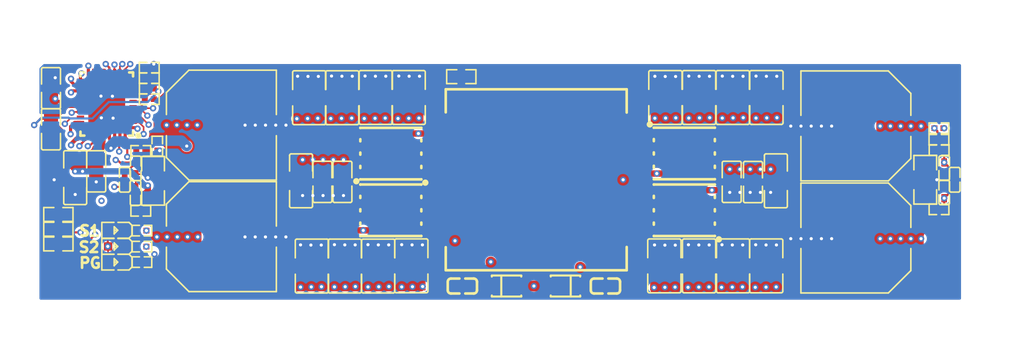
<source format=kicad_pcb>
(kicad_pcb (version 20240108) (generator "pcbnew") (generator_version "8.0")
  (layers (0 "F.Cu" signal) (1 "In1.Cu" signal) (2 "In2.Cu" signal) (3 "In3.Cu" signal) (4 "In4.Cu" signal) (31 "B.Cu" signal) (34 "B.Paste" user) (35 "F.Paste" user) (36 "B.SilkS" user "B.Silkscreen") (37 "F.SilkS" user "F.Silkscreen") (38 "B.Mask" user) (39 "F.Mask" user) (44 "Edge.Cuts" user))
  (net 0 "")
  (net 1 "out-1")
  (net 2 "controller.footprint.pins[7].net-net")
  (net 3 "gnd-1")
  (net 4 "controller.footprint.pins[24].net-net")
  (net 5 "ACOV")
  (net 6 "acuv")
  (net 7 "hv-2")
  (net 8 "hv")
  (net 9 "gnd-3")
  (net 10 "SDA")
  (net 11 "SCL")
  (net 12 "INTh")
  (net 13 "ACN")
  (net 14 "ILIM_HIZ")
  (net 15 "controller.footprint.pins[6].net-net")
  (net 16 "output_switching_node")
  (net 17 "hv-1")
  (net 18 "hv-3")
  (net 19 "input_switching_node")
  (net 20 "bst_input")
  (net 21 "cathode-2")
  (net 22 "anode")
  (net 23 "gate_input_ls")
  (net 24 "gate_output_hs")
  (net 25 "gate_input_hs")
  (net 26 "gate_output_ls")
  (net 27 "SRP")
  (net 28 "SRN")
  (net 29 "ACP")
  (net 30 "FSW_SYNC")
  (net 31 "gnd")
  (net 32 "cathode")
  (net 33 "cathode-3")
  (net 34 "gnd-2")
  (net 35 "ICHG")
  (net 36 "cathode-1")
  (net 37 "out")
  (net 38 "anode-1")
  (net 39 "gnd-4")
  (footprint "atopile:R0603-ebcab9" (layer "F.Cu") (at 127.4 72.7 180)
    (property "Reference" "U47" (hide yes))
    (property "Value" "25.5kΩ ±0% 100mW")
  )
  (footprint "atopile:POWERVDFN-8_L5.8-W4.9-P1.27-LS6.2-BL-167b96" (layer "F.Cu") (at 186.8 72.3 90)
    (property "Reference" "Q4" (hide yes))
    (property "Value" "")
  )
  (footprint "atopile:C1210-c93926" (layer "F.Cu") (at 188.3 77.584146 90)
    (property "Reference" "U27" (hide yes))
    (property "Value" "4.7µF ±10% 100V X7R")
  )
  (footprint "atopile:R0402-56259e" (layer "F.Cu") (at 136.038516 59.744414)
    (property "Reference" "U54" (hide yes))
    (property "Value" "0Ω 62.5mW")
  )
  (footprint "atopile:DO-219AB_L2.8-W1.8-LS3.7-RD-212ba1" (layer "F.Cu") (at 175.6 79.5 180)
    (property "Reference" "DS2" (hide yes))
    (property "Value" "")
  )
  (footprint "atopile:R1206-bdb864" (layer "F.Cu") (at 209.8 69.4 90)
    (property "Reference" "U42" (hide yes))
    (property "Value" "5mΩ ±1% 1W")
  )
  (footprint "atopile:C0402-b3ef17" (layer "F.Cu") (at 134.756377 68.321795 -90)
    (property "Reference" "U22" (hide yes))
    (property "Value" "100nF ±10% 16V X7R")
  )
  (footprint "atopile:C0402-b3ef17" (layer "F.Cu") (at 134.735437 70.652572 90)
    (property "Reference" "U24" (hide yes))
    (property "Value" "100nF ±10% 16V X7R")
  )
  (footprint "atopile:R0402-56259e" (layer "F.Cu") (at 211.1 64.5)
    (property "Reference" "U43" (hide yes))
    (property "Value" "13.7kΩ ±1% 62.5mW")
  )
  (footprint "atopile:C0402-b3ef17" (layer "F.Cu") (at 133.7 69.4 90)
    (property "Reference" "U21" (hide yes))
    (property "Value" "470nF ±20% 16V X5R")
  )
  (footprint "atopile:C1210-c93926" (layer "F.Cu") (at 154.371727 61.6 90)
    (property "Reference" "U16" (hide yes))
    (property "Value" "10µF ±10% 100V X7R")
  )
  (footprint "atopile:R0603-ebcab9" (layer "F.Cu") (at 127.4 74.1)
    (property "Reference" "U46" (hide yes))
    (property "Value" "133kΩ ±1% 100mW")
  )
  (footprint "atopile:R0402-56259e" (layer "F.Cu") (at 135.235437 72.352572 180)
    (property "Reference" "U25" (hide yes))
    (property "Value" "10Ω ±1% 62.5mW")
  )
  (footprint "atopile:CAP-SMD_BD10.0-L10.3-W10.3-LS11.6-FD-b102ff" (layer "F.Cu") (at 142.9 74.8)
    (property "Reference" "C3" (hide yes))
    (property "Value" "68µF ±20% infV")
  )
  (footprint "atopile:CAP-SMD_BD10.0-L10.3-W10.3-LS11.6-FD-b102ff" (layer "F.Cu") (at 203.2 64.285854 180)
    (property "Reference" "C4" (hide yes))
    (property "Value" "68µF ±20% infV")
  )
  (footprint "atopile:C1210-c93926" (layer "F.Cu") (at 157.8 77.6 90)
    (property "Reference" "U51" (hide yes))
    (property "Value" "4.7µF ±10% 100V X7R")
  )
  (footprint "atopile:POWERVDFN-8_L5.8-W4.9-P1.27-LS6.2-BL-167b96" (layer "F.Cu") (at 159.1 72.3 -90)
    (property "Reference" "Q2" (hide yes))
    (property "Value" "")
  )
  (footprint "atopile:DO-219AB_L2.8-W1.8-LS3.7-RD-212ba1" (layer "F.Cu") (at 170 79.5)
    (property "Reference" "DS1" (hide yes))
    (property "Value" "")
  )
  (footprint "atopile:POWERVDFN-8_L5.8-W4.9-P1.27-LS6.2-BL-167b96" (layer "F.Cu") (at 187 66.9 -90)
    (property "Reference" "Q3" (hide yes))
    (property "Value" "")
  )
  (footprint "atopile:C1210-c93926" (layer "F.Cu") (at 154.623909 77.6 90)
    (property "Reference" "U17" (hide yes))
    (property "Value" "10µF ±10% 100V X7R")
  )
  (footprint "atopile:POWERVDFN-8_L5.8-W4.9-P1.27-LS6.2-BL-167b96" (layer "F.Cu") (at 158.9 66.914666 90)
    (property "Reference" "Q1" (hide yes))
    (property "Value" "")
  )
  (footprint "atopile:C0805-3b2e55" (layer "F.Cu") (at 126.7 60.7 90)
    (property "Reference" "U9" (hide yes))
    (property "Value" "4.7µF ±10% 25V X5R")
  )
  (footprint "atopile:C1210-c93926" (layer "F.Cu") (at 191.535138 77.584146 90)
    (property "Reference" "U32" (hide yes))
    (property "Value" "10µF ±10% 100V X7R")
  )
  (footprint "atopile:R1206-bdb864" (layer "F.Cu") (at 136.4 69.5 90)
    (property "Reference" "U26" (hide yes))
    (property "Value" "5mΩ ±1% 1W")
  )
  (footprint "atopile:C1206-f0a137" (layer "F.Cu") (at 129 69.2 -90)
    (property "Reference" "U50" (hide yes))
    (property "Value" "1µF ±10% 100V X7R")
  )
  (footprint "atopile:C1210-c93926" (layer "F.Cu") (at 185.1 61.580795 90)
    (property "Reference" "U52" (hide yes))
    (property "Value" "4.7µF ±10% 100V X7R")
  )
  (footprint "atopile:R0402-56259e" (layer "F.Cu") (at 135.337111 74.233697)
    (property "Reference" "U6" (hide yes))
    (property "Value" "1kΩ ±1% 62.5mW")
  )
  (footprint "atopile:C1210-c93926" (layer "F.Cu") (at 160.694742 61.580795 90)
    (property "Reference" "U13" (hide yes))
    (property "Value" "4.7µF ±10% 100V X7R")
  )
  (footprint "atopile:CAP-SMD_BD10.0-L10.3-W10.3-LS11.6-FD-b102ff" (layer "F.Cu") (at 142.9 64.2)
    (property "Reference" "C1" (hide yes))
    (property "Value" "68µF ±20% infV")
  )
  (footprint "atopile:C0402-b3ef17" (layer "F.Cu") (at 211.6 68.3 -90)
    (property "Reference" "U38" (hide yes))
    (property "Value" "100nF ±10% 16V X7R")
  )
  (footprint "atopile:R0603-ebcab9" (layer "F.Cu") (at 165.7 59.6 180)
    (property "Reference" "U57" (hide yes))
    (property "Value" "")
  )
  (footprint "atopile:R0603-ebcab9" (layer "F.Cu") (at 127.4 75.5)
    (property "Reference" "U45" (hide yes))
    (property "Value" "1MΩ ±1% 100mW")
  )
  (footprint "atopile:C1210-c93926" (layer "F.Cu") (at 194.680295 77.584146 90)
    (property "Reference" "U31" (hide yes))
    (property "Value" "10µF ±10% 100V X7R")
  )
  (footprint "atopile:R0402-56259e" (layer "F.Cu") (at 135.235437 66.652572 180)
    (property "Reference" "U23" (hide yes))
    (property "Value" "10Ω ±1% 62.5mW")
  )
  (footprint "atopile:C0402-b3ef17" (layer "F.Cu") (at 212.6 69.4 90)
    (property "Reference" "U37" (hide yes))
    (property "Value" "470nF ±20% 16V X5R")
  )
  (footprint "lib:LED0603-RD" (layer "F.Cu") (at 132.922968 74.2 180)
    (property "Reference" "U5" (hide yes))
    (property "Value" "")
  )
  (footprint "atopile:IND-SMD_L17.2-W17.2-132628" (layer "F.Cu") (at 172.9 69.4)
    (property "Reference" "U8" (hide yes))
    (property "Value" "")
  )
  (footprint "atopile:R0402-56259e" (layer "F.Cu") (at 136.8 66.2 -90)
    (property "Reference" "U4" (hide yes))
    (property "Value" "50kΩ ±1% 62.5mW")
  )
  (footprint "lib:LED0603-RD" (layer "F.Cu") (at 132.922968 75.736644 180)
    (property "Reference" "U7" (hide yes))
    (property "Value" "")
  )
  (footprint "atopile:C1210-c93926" (layer "F.Cu") (at 194.7 61.580795 90)
    (property "Reference" "U33" (hide yes))
    (property "Value" "10µF ±10% 100V X7R")
  )
  (footprint "atopile:C1206-f0a137" (layer "F.Cu") (at 195.6 69.5 -90)
    (property "Reference" "U34" (hide yes))
    (property "Value" "1µF ±10% 100V X7R")
  )
  (footprint "atopile:R0402-56259e" (layer "F.Cu") (at 211.115311 66.573807)
    (property "Reference" "U39" (hide yes))
    (property "Value" "10Ω ±1% 62.5mW")
  )
  (footprint "atopile:C1210-c93926" (layer "F.Cu") (at 157.570833 61.580795 90)
    (property "Reference" "U11" (hide yes))
    (property "Value" "4.7µF ±10% 100V X7R")
  )
  (footprint "atopile:C0805-3b2e55" (layer "F.Cu") (at 152.5 69.6 -90)
    (property "Reference" "U19" (hide yes))
    (property "Value" "100nF ±10% 100V X7R")
  )
  (footprint "atopile:C0805-3b2e55" (layer "F.Cu") (at 191.4 69.6 -90)
    (property "Reference" "U36" (hide yes))
    (property "Value" "100pF ±5% 100V C0G")
  )
  (footprint "atopile:C0603-bd72f6" (layer "F.Cu") (at 179.4 79.5 180)
    (property "Reference" "U3" (hide yes))
    (property "Value" "100nF ±10% 50V X7R")
  )
  (footprint "atopile:C1206-f0a137" (layer "F.Cu") (at 150.467363 69.5 -90)
    (property "Reference" "U18" (hide yes))
    (property "Value" "1µF ±10% 100V X7R")
  )
  (footprint "atopile:C0805-3b2e55" (layer "F.Cu") (at 193.423123 69.615854 -90)
    (property "Reference" "U35" (hide yes))
    (property "Value" "100nF ±10% 100V X7R")
  )
  (footprint "atopile:C0402-b3ef17" (layer "F.Cu") (at 211.6 70.6 90)
    (property "Reference" "U40" (hide yes))
    (property "Value" "100nF ±10% 16V X7R")
  )
  (footprint "atopile:C1210-c93926" (layer "F.Cu") (at 151.247818 61.6 90)
    (property "Reference" "U14" (hide yes))
    (property "Value" "10µF ±10% 100V X7R")
  )
  (footprint "atopile:R0402-56259e" (layer "F.Cu") (at 136.038516 58.744414)
    (property "Reference" "U10" (hide yes))
    (property "Value" "2.49kΩ ±1% 62.5mW")
  )
  (footprint "atopile:C1210-c93926" (layer "F.Cu") (at 151.5 77.6 90)
    (property "Reference" "U15" (hide yes))
    (property "Value" "10µF ±10% 100V X7R")
  )
  (footprint "atopile:R0402-56259e" (layer "F.Cu") (at 135.337111 77.226057)
    (property "Reference" "U56" (hide yes))
    (property "Value" "1kΩ ±1% 62.5mW")
  )
  (footprint "atopile:C1210-c93926" (layer "F.Cu") (at 185 77.584146 90)
    (property "Reference" "U29" (hide yes))
    (property "Value" "4.7µF ±10% 100V X7R")
  )
  (footprint "atopile:R0402-56259e" (layer "F.Cu") (at 135.337111 75.754389)
    (property "Reference" "U53" (hide yes))
    (property "Value" "1kΩ ±1% 62.5mW")
  )
  (footprint "atopile:R0402-56259e" (layer "F.Cu") (at 211.1 65.6)
    (property "Reference" "U44" (hide yes))
    (property "Value" "249kΩ ±1% 62.5mW")
  )
  (footprint "atopile:TQFN-36_L6.0-W5.0-P0.50-BL-EP-1-2fce41" (layer "F.Cu") (at 132 62.2 90)
    (property "Reference" "U1" (hide yes))
    (property "Value" "")
  )
  (footprint "atopile:C1210-c93926" (layer "F.Cu") (at 191.5 61.580795 90)
    (property "Reference" "U30" (hide yes))
    (property "Value" "10µF ±10% 100V X7R")
  )
  (footprint "atopile:C1210-c93926" (layer "F.Cu") (at 188.3 61.580795 90)
    (property "Reference" "U28" (hide yes))
    (property "Value" "4.7µF ±10% 100V X7R")
  )
  (footprint "atopile:C0805-3b2e55" (layer "F.Cu") (at 131 68.6 -90)
    (property "Reference" "U49" (hide yes))
    (property "Value" "100nF ±10% 100V X7R")
  )
  (footprint "atopile:C0805-3b2e55" (layer "F.Cu") (at 126.7 64.6 -90)
    (property "Reference" "U48" (hide yes))
    (property "Value" "4.7µF ±10% 25V X5R")
  )
  (footprint "atopile:R0402-56259e" (layer "F.Cu") (at 211.106416 72.210942)
    (property "Reference" "U41" (hide yes))
    (property "Value" "10Ω ±1% 62.5mW")
  )
  (footprint "atopile:R0402-56259e" (layer "F.Cu") (at 136.045427 60.736694 180)
    (property "Reference" "U59" (hide yes))
    (property "Value" "5.23kΩ ±1% 100mW")
  )
  (footprint "atopile:CAP-SMD_BD10.0-L10.3-W10.3-LS11.6-FD-b102ff" (layer "F.Cu") (at 203.2 74.94 180)
    (property "Reference" "C2" (hide yes))
    (property "Value" "68µF ±20% infV")
  )
  (footprint "atopile:R0402-56259e" (layer "F.Cu") (at 136.041725 61.738304 180)
    (property "Reference" "U58" (hide yes))
    (property "Value" "30.1kΩ ±1% 62.5mW")
  )
  (footprint "atopile:C1210-c93926" (layer "F.Cu") (at 160.946924 77.580795 90)
    (property "Reference" "U12" (hide yes))
    (property "Value" "4.7µF ±10% 100V X7R")
  )
  (footprint "lib:LED0603-RD" (layer "F.Cu") (at 132.922968 77.225483 180)
    (property "Reference" "U55" (hide yes))
    (property "Value" "")
  )
  (footprint "atopile:C0603-bd72f6" (layer "F.Cu") (at 165.8 79.5)
    (property "Reference" "U2" (hide yes))
    (property "Value" "100nF ±10% 50V X7R")
  )
  (footprint "atopile:C0805-3b2e55" (layer "F.Cu") (at 154.4 69.6 -90)
    (property "Reference" "U20" (hide yes))
    (property "Value" "100pF ±5% 100V C0G")
  )
  (gr_text "PG" (at 129.25 77.9 0) (layer "F.SilkS") (effects (font (size 1 1) (thickness 0.25) (bold yes)) (justify left bottom)))
  (gr_text "S2" (at 129.2 76.4 0) (layer "F.SilkS") (effects (font (size 1 1) (thickness 0.25) (bold yes)) (justify left bottom)))
  (gr_text "S1" (at 129.25 74.85 0) (layer "F.SilkS") (effects (font (size 1 1) (thickness 0.25) (bold yes)) (justify left bottom)))
  (segment (start 211.115 65.07) (end 211.24 65.07) (width 0.2) (layer "F.Cu") (net 1))
  (segment (start 210.945 64.9) (end 211.115 65.07) (width 0.2) (layer "F.Cu") (net 1))
  (segment (start 210.945 64.775) (end 210.945 64.9) (width 0.2) (layer "F.Cu") (net 1))
  (segment (start 211.53 65.36) (end 211.53 65.6) (width 0.2) (layer "F.Cu") (net 1))
  (segment (start 211.24 65.07) (end 211.53 65.36) (width 0.2) (layer "F.Cu") (net 1))
  (segment (start 133.25 58.629471) (end 133.479471 58.4) (width 0.15) (layer "F.Cu") (net 1))
  (segment (start 133.25 59.2) (end 133.25 58.629471) (width 0.15) (layer "F.Cu") (net 1))
  (segment (start 210.67 64.5) (end 210.945 64.775) (width 0.2) (layer "F.Cu") (net 1))
  (via (at 133.479471 58.4) (size 0.6) (drill 0.3) (layers "F.Cu" "B.Cu") (net 1))
  (via (at 210.67 64.5) (size 0.6) (drill 0.3) (layers "F.Cu" "B.Cu") (net 1))
  (segment (start 133.75 58.879474) (end 134.229474 58.4) (width 0.15) (layer "F.Cu") (net 3))
  (segment (start 133.75 59.2) (end 133.75 58.879474) (width 0.15) (layer "F.Cu") (net 3))
  (segment (start 211.53 64.5) (end 211.6 64.5) (width 0.2) (layer "F.Cu") (net 3))
  (via (at 134.229474 58.4) (size 0.6) (drill 0.3) (layers "F.Cu" "B.Cu") (net 3))
  (via (at 211.6 64.5) (size 0.6) (drill 0.3) (layers "F.Cu" "B.Cu") (net 3))
  (segment (start 133.25 65.725747) (end 133.25 65.2) (width 0.2) (layer "F.Cu") (net 5))
  (segment (start 128.45 74.4) (end 128.15 74.1) (width 0.2) (layer "F.Cu") (net 5))
  (segment (start 133.95 67.221795) (end 133.95 66.425747) (width 0.2) (layer "F.Cu") (net 5))
  (segment (start 128.15 74.1) (end 128.15 72.7) (width 0.2) (layer "F.Cu") (net 5))
  (segment (start 129.5 74.4) (end 128.45 74.4) (width 0.2) (layer "F.Cu") (net 5))
  (segment (start 133.95 66.425747) (end 133.25 65.725747) (width 0.2) (layer "F.Cu") (net 5))
  (via (at 133.95 67.221795) (size 0.6) (drill 0.3) (layers "F.Cu" "B.Cu") (net 5))
  (via (at 129.5 74.4) (size 0.6) (drill 0.3) (layers "F.Cu" "B.Cu") (net 5))
  (segment (start 133.181403 66.712851) (end 133.181403 66.152124) (width 0.2) (layer "F.Cu") (net 6))
  (segment (start 130 75.5) (end 130.9 74.6) (width 0.2) (layer "F.Cu") (net 6))
  (segment (start 126.75 74.1) (end 128.15 75.5) (width 0.2) (layer "F.Cu") (net 6))
  (segment (start 132.75 65.720721) (end 132.75 65.2) (width 0.2) (layer "F.Cu") (net 6))
  (segment (start 133.181403 66.152124) (end 132.75 65.720721) (width 0.2) (layer "F.Cu") (net 6))
  (segment (start 128.15 75.5) (end 130 75.5) (width 0.2) (layer "F.Cu") (net 6))
  (via (at 130.9 74.6) (size 0.6) (drill 0.3) (layers "F.Cu" "B.Cu") (net 6))
  (via (at 133.181403 66.712851) (size 0.6) (drill 0.3) (layers "F.Cu" "B.Cu") (net 6))
  (segment (start 135.665437 72.352572) (end 135.665437 71.714563) (width 0.2) (layer "F.Cu") (net 7))
  (segment (start 129.55 78.4) (end 136.05 78.4) (width 0.15) (layer "F.Cu") (net 7))
  (segment (start 129.7 68.31) (end 129 67.61) (width 0.6) (layer "F.Cu") (net 7))
  (segment (start 129.7 68.6) (end 129.7 68.31) (width 0.6) (layer "F.Cu") (net 7))
  (segment (start 135.9 69.95) (end 135.9 70.48) (width 0.6) (layer "F.Cu") (net 7))
  (segment (start 129 67.61) (end 129 68.6) (width 0.6) (layer "F.Cu") (net 7))
  (segment (start 129 67.61) (end 129 67.6) (width 0.2) (layer "F.Cu") (net 7))
  (segment (start 126.65 75.5) (end 129.55 78.4) (width 0.15) (layer "F.Cu") (net 7))
  (segment (start 136.05 78.4) (end 137.731859 76.718141) (width 0.15) (layer "F.Cu") (net 7))
  (segment (start 135.9 70.48) (end 136.4 70.98) (width 0.6) (layer "F.Cu") (net 7))
  (segment (start 135.665437 71.714563) (end 136.4 70.98) (width 0.2) (layer "F.Cu") (net 7))
  (segment (start 137.731859 76.718141) (end 137.731859 74.832897) (width 0.15) (layer "F.Cu") (net 7))
  (via (at 139.674265 74.832897) (size 0.6) (drill 0.3) (layers "F.Cu" "B.Cu") (net 7))
  (via (at 136.760656 74.832897) (size 0.6) (drill 0.3) (layers "F.Cu" "B.Cu") (net 7))
  (via (at 138.703062 74.832897) (size 0.6) (drill 0.3) (layers "F.Cu" "B.Cu") (net 7))
  (via (at 129.7 68.6) (size 0.6) (drill 0.3) (layers "F.Cu" "B.Cu") (net 7))
  (via (at 135.9 69.95) (size 0.6) (drill 0.3) (layers "F.Cu" "B.Cu") (net 7))
  (via (at 129 68.6) (size 0.6) (drill 0.3) (layers "F.Cu" "B.Cu") (net 7))
  (via (at 140.64547 74.832897) (size 0.6) (drill 0.3) (layers "F.Cu" "B.Cu") (net 7))
  (via (at 137.731859 74.832897) (size 0.6) (drill 0.3) (layers "F.Cu" "B.Cu") (net 7))
  (segment (start 130.1 68.6) (end 134.239339 68.6) (width 0.6) (layer "B.Cu") (net 7))
  (segment (start 130.1 68.6) (end 129 68.6) (width 0.6) (layer "B.Cu") (net 7))
  (segment (start 134.239339 68.6) (end 135.589339 69.95) (width 0.6) (layer "B.Cu") (net 7))
  (segment (start 135.589339 69.95) (end 135.9 69.95) (width 0.6) (layer "B.Cu") (net 7))
  (segment (start 129.7 68.6) (end 130.1 68.6) (width 0.6) (layer "B.Cu") (net 7))
  (segment (start 210.685311 67.334393) (end 210.665464 67.35424) (width 0.2) (layer "F.Cu") (net 8))
  (segment (start 210.685311 65.615311) (end 210.67 65.6) (width 0.2) (layer "F.Cu") (net 8))
  (segment (start 210.665464 67.35424) (end 210.36576 67.35424) (width 0.2) (layer "F.Cu") (net 8))
  (segment (start 132.25 66.25) (end 132.4 66.4) (width 0.2) (layer "F.Cu") (net 8))
  (segment (start 132.25 65.2) (end 132.25 66.25) (width 0.2) (layer "F.Cu") (net 8))
  (segment (start 210.685311 66.573807) (end 210.685311 65.615311) (width 0.2) (layer "F.Cu") (net 8))
  (segment (start 210.685311 66.573807) (end 210.685311 67.334393) (width 0.2) (layer "F.Cu") (net 8))
  (segment (start 210.36576 67.35424) (end 209.8 67.92) (width 0.2) (layer "F.Cu") (net 8))
  (via (at 139.6 66.2) (size 0.6) (drill 0.3) (layers "F.Cu" "B.Cu") (net 8))
  (via (at 206.486389 64.3) (size 0.6) (drill 0.3) (layers "F.Cu" "B.Cu") (net 8))
  (via (at 205.515186 64.3) (size 0.6) (drill 0.3) (layers "F.Cu" "B.Cu") (net 8))
  (via (at 208.428795 64.3) (size 0.6) (drill 0.3) (layers "F.Cu" "B.Cu") (net 8))
  (via (at 207.457592 64.3) (size 0.6) (drill 0.3) (layers "F.Cu" "B.Cu") (net 8))
  (via (at 132.4 66.4) (size 0.6) (drill 0.3) (layers "F.Cu" "B.Cu") (net 8))
  (via (at 209.4 64.3) (size 0.6) (drill 0.3) (layers "F.Cu" "B.Cu") (net 8))
  (segment (start 139.6 66.2) (end 139.08 65.68) (width 1) (layer "B.Cu") (net 8))
  (segment (start 136.086497 66) (end 133.812055 66) (width 1) (layer "B.Cu") (net 8))
  (segment (start 133.574906 65.762851) (end 132.7879 65.762851) (width 1) (layer "B.Cu") (net 8))
  (segment (start 133.812055 66) (end 133.574906 65.762851) (width 1) (layer "B.Cu") (net 8))
  (segment (start 139.08 65.68) (end 136.406497 65.68) (width 1) (layer "B.Cu") (net 8))
  (segment (start 136.406497 65.68) (end 136.086497 66) (width 1) (layer "B.Cu") (net 8))
  (segment (start 132.7879 65.762851) (end 132.275375 66.275376) (width 1) (layer "B.Cu") (net 8))
  (segment (start 134.5 61.45) (end 132.75 61.45) (width 0.15) (layer "F.Cu") (net 9))
  (segment (start 136.468516 59.744414) (end 136.468516 58.744414) (width 0.15) (layer "F.Cu") (net 9))
  (segment (start 130.75 59.2) (end 130.75 60.117384) (width 0.2) (layer "F.Cu") (net 9))
  (segment (start 161.767215 59.6) (end 161.72664 59.559425) (width 0.15) (layer "F.Cu") (net 9))
  (segment (start 127.1 65.6) (end 127.1 65.7) (width 0.2) (layer "F.Cu") (net 9))
  (segment (start 134.756377 68.871795) (end 135.571795 68.871795) (width 0.15) (layer "F.Cu") (net 9))
  (segment (start 136.468516 58.744414) (end 136.468516 58.4) (width 0.15) (layer "F.Cu") (net 9))
  (segment (start 126.65 72.7) (end 126.65 69.75) (width 0.15) (layer "F.Cu") (net 9))
  (segment (start 135.571795 68.871795) (end 135.9 69.2) (width 0.15) (layer "F.Cu") (net 9))
  (segment (start 129 70.79) (end 129 70.8) (width 0.2) (layer "F.Cu") (net 9))
  (segment (start 134.756377 68.871795) (end 134.756377 70.081632) (width 0.15) (layer "F.Cu") (net 9))
  (segment (start 131.25 61.45) (end 132 62.2) (width 0.2) (layer "F.Cu") (net 9))
  (segment (start 135.611725 61.738304) (end 135.323421 61.45) (width 0.15) (layer "F.Cu") (net 9))
  (segment (start 129.5 61.45) (end 131.25 61.45) (width 0.2) (layer "F.Cu") (net 9))
  (segment (start 211.6 70.05) (end 211.6 69.4) (width 0.2) (layer "F.Cu") (net 9))
  (segment (start 137.028703 66.63) (end 136.8 66.63) (width 0.15) (layer "F.Cu") (net 9))
  (segment (start 211.6 69.4) (end 210.9 69.4) (width 0.2) (layer "F.Cu") (net 9))
  (segment (start 127 69.4) (end 127 65.7) (width 1) (layer "F.Cu") (net 9))
  (segment (start 126.65 69.75) (end 127 69.4) (width 0.15) (layer "F.Cu") (net 9))
  (segment (start 211.6 69.4) (end 211.6 68.85) (width 0.2) (layer "F.Cu") (net 9))
  (segment (start 164.95 59.6) (end 161.767215 59.6) (width 1) (layer "F.Cu") (net 9))
  (segment (start 135.323421 61.45) (end 134.5 61.45) (width 0.15) (layer "F.Cu") (net 9))
  (segment (start 127 65.7) (end 127.1 65.6) (width 0.2) (layer "F.Cu") (net 9))
  (segment (start 132.75 61.45) (end 132 62.2) (width 0.15) (layer "F.Cu") (net 9))
  (segment (start 130.75 60.117384) (end 130.599901 60.267483) (width 0.2) (layer "F.Cu") (net 9))
  (segment (start 134.756377 70.081632) (end 134.735437 70.102572) (width 0.15) (layer "F.Cu") (net 9))
  (via (at 189.259196 75.596512) (size 0.6) (drill 0.3) (layers "F.Cu" "B.Cu") (net 9))
  (via (at 135.9 69.2) (size 0.6) (drill 0.3) (layers "F.Cu" "B.Cu") (net 9))
  (via (at 161.72664 59.559425) (size 0.6) (drill 0.3) (layers "F.Cu" "B.Cu") (net 9))
  (via (at 194.699111 59.565741) (size 0.6) (drill 0.3) (layers "F.Cu" "B.Cu") (net 9))
  (via (at 152.557592 70.9) (size 0.6) (drill 0.3) (layers "F.Cu" "B.Cu") (net 9))
  (via (at 162.003029 75.589281) (size 0.6) (drill 0.3) (layers "F.Cu" "B.Cu") (net 9))
  (via (at 127 69.4) (size 0.6) (drill 0.3) (layers "F.Cu" "B.Cu") (net 9))
  (via (at 185.051358 75.614417) (size 0.6) (drill 0.3) (layers "F.Cu" "B.Cu") (net 9))
  (via (at 197.986389 64.3) (size 0.6) (drill 0.3) (layers "F.Cu" "B.Cu") (net 9))
  (via (at 195.683924 59.565741) (size 0.6) (drill 0.3) (layers "F.Cu" "B.Cu") (net 9))
  (via (at 186.068565 59.583646) (size 0.6) (drill 0.3) (layers "F.Cu" "B.Cu") (net 9))
  (via (at 158.797909 75.589281) (size 0.6) (drill 0.3) (layers "F.Cu" "B.Cu") (net 9))
  (via (at 159.757013 59.54152) (size 0.6) (drill 0.3) (layers "F.Cu" "B.Cu") (net 9))
  (via (at 153.641068 75.571376) (size 0.6) (drill 0.3) (layers "F.Cu" "B.Cu") (net 9))
  (via (at 199.928795 64.3) (size 0.6) (drill 0.3) (layers "F.Cu" "B.Cu") (net 9))
  (via (at 200.9 64.3) (size 0.6) (drill 0.3) (layers "F.Cu" "B.Cu") (net 9))
  (via (at 187.289569 75.578607) (size 0.6) (drill 0.3) (layers "F.Cu" "B.Cu") (net 9))
  (via (at 152.38767 75.607186) (size 0.6) (drill 0.3) (layers "F.Cu" "B.Cu") (net 9))
  (via (at 132.537058 61.458686) (size 0.6) (drill 0.3) (layers "F.Cu" "B.Cu") (net 9))
  (via (at 146.111736 74.832897) (size 0.6) (drill 0.3) (layers "F.Cu" "B.Cu") (net 9))
  (via (at 191.461597 75.596512) (size 0.6) (drill 0.3) (layers "F.Cu" "B.Cu") (net 9))
  (via (at 195.1 70.6) (size 0.6) (drill 0.3) (layers "F.Cu" "B.Cu") (net 9))
  (via (at 197.015186 75) (size 0.6) (drill 0.3) (layers "F.Cu" "B.Cu") (net 9))
  (via (at 192.186389 70.6) (size 0.6) (drill 0.3) (layers "F.Cu" "B.Cu") (net 9))
  (via (at 150.141654 59.559425) (size 0.6) (drill 0.3) (layers "F.Cu" "B.Cu") (net 9))
  (via (at 186.036171 75.614417) (size 0.6) (drill 0.3) (layers "F.Cu" "B.Cu") (net 9))
  (via (at 131 69.6) (size 0.6) (drill 0.3) (layers "F.Cu" "B.Cu") (net 9))
  (via (at 188.274383 75.596512) (size 0.6) (drill 0.3) (layers "F.Cu" "B.Cu") (net 9))
  (via (at 136.468516 58.4) (size 0.6) (drill 0.3) (layers "F.Cu" "B.Cu") (net 9))
  (via (at 195.65153 75.596512) (size 0.6) (drill 0.3) (layers "F.Cu" "B.Cu") (net 9))
  (via (at 199.928795 75) (size 0.6) (drill 0.3) (layers "F.Cu" "B.Cu") (net 9))
  (via (at 193.714297 59.547836) (size 0.6) (drill 0.3) (layers "F.Cu" "B.Cu") (net 9))
  (via (at 137.028703 66.63) (size 0.6) (drill 0.3) (layers "F.Cu" "B.Cu") (net 9))
  (via (at 189.29159 59.565741) (size 0.6) (drill 0.3) (layers "F.Cu" "B.Cu") (net 9))
  (via (at 188.306777 59.565741) (size 0.6) (drill 0.3) (layers "F.Cu" "B.Cu") (net 9))
  (via (at 158.52152 59.559425) (size 0.6) (drill 0.3) (layers "F.Cu" "B.Cu") (net 9))
  (via (at 200.9 75) (size 0.6) (drill 0.3) (layers "F.Cu" "B.Cu") (net 9))
  (via (at 127.1 59.7) (size 0.6) (drill 0.3) (layers "F.Cu" "B.Cu") (net 9))
  (via (at 148.061178 64.209214) (size 0.6) (drill 0.3) (layers "F.Cu" "B.Cu") (net 9))
  (via (at 184.066544 75.596512) (size 0.6) (drill 0.3) (layers "F.Cu" "B.Cu") (net 9))
  (via (at 145.147569 64.209214) (size 0.6) (drill 0.3) (layers "F.Cu" "B.Cu") (net 9))
  (via (at 154.349493 59.559425) (size 0.6) (drill 0.3) (layers "F.Cu" "B.Cu") (net 9))
  (via (at 157.813096 75.589281) (size 0.6) (drill 0.3) (layers "F.Cu" "B.Cu") (net 9))
  (via (at 184.098938 59.565741) (size 0.6) (drill 0.3) (layers "F.Cu" "B.Cu") (net 9))
  (via (at 190.476783 75.578607) (size 0.6) (drill 0.3) (layers "F.Cu" "B.Cu") (net 9))
  (via (at 153.364679 59.54152) (size 0.6) (drill 0.3) (layers "F.Cu" "B.Cu") (net 9))
  (via (at 198.957592 64.3) (size 0.6) (drill 0.3) (layers "F.Cu" "B.Cu") (net 9))
  (via (at 197.986389 75) (size 0.6) (drill 0.3) (layers "F.Cu" "B.Cu") (net 9))
  (via (at 154.625882 75.589281) (size 0.6) (drill 0.3) (layers "F.Cu" "B.Cu") (net 9))
  (via (at 161.018216 75.589281) (size 0.6) (drill 0.3) (layers "F.Cu" "B.Cu") (net 9))
  (via (at 160.741827 59.559425) (size 0.6) (drill 0.3) (layers "F.Cu" "B.Cu") (net 9))
  (via (at 155.334306 59.559425) (size 0.6) (drill 0.3) (layers "F.Cu" "B.Cu") (net 9))
  (via (at 192.478804 59.565741) (size 0.6) (drill 0.3) (layers "F.Cu" "B.Cu") (net 9))
  (via (at 156.828282 75.571376) (size 0.6) (drill 0.3) (layers "F.Cu" "B.Cu") (net 9))
  (via (at 194.666717 75.596512) (size 0.6) (drill 0.3) (layers "F.Cu" "B.Cu") (net 9))
  (via (at 187.321963 59.547836) (size 0.6) (drill 0.3) (layers "F.Cu" "B.Cu") (net 9))
  (via (at 151.126468 59.57733) (size 0.6) (drill 0.3) (layers "F.Cu" "B.Cu") (net 9))
  (via (at 154.5 70.9) (size 0.6) (drill 0.3) (layers "F.Cu" "B.Cu") (net 9))
  (via (at 132.6 63.545339) (size 0.6) (drill 0.3) (layers "F.Cu" "B.Cu") (net 9))
  (via (at 191.215186 70.6) (size 0.6) (drill 0.3) (layers "F.Cu" "B.Cu") (net 9))
  (via (at 157.536707 59.559425) (size 0.6) (drill 0.3) (layers "F.Cu" "B.Cu") (net 9))
  (via (at 197.015186 64.3) (size 0.6) (drill 0.3) (layers "F.Cu" "B.Cu") (net 9))
  (via (at 153.528795 70.9) (size 0.6) (drill 0.3) (layers "F.Cu" "B.Cu") (net 9))
  (via (at 185.083752 59.583646) (size 0.6) (drill 0.3) (layers "F.Cu" "B.Cu") (net 9))
  (via (at 193.157592 70.6) (size 0.6) (drill 0.3) (layers "F.Cu" "B.Cu") (net 9))
  (via (at 147.082939 74.832897) (size 0.6) (drill 0.3) (layers "F.Cu" "B.Cu") (net 9))
  (via (at 149.025347 74.832897) (size 0.6) (drill 0.3) (layers "F.Cu" "B.Cu") (net 9))
  (via (at 148.054142 74.832897) (size 0.6) (drill 0.3) (layers "F.Cu" "B.Cu") (net 9))
  (via (at 210.9 69.4) (size 0.6) (drill 0.3) (layers "F.Cu" "B.Cu") (net 9))
  (via (at 145.140533 74.832897) (size 0.6) (drill 0.3) (layers "F.Cu" "B.Cu") (net 9))
  (via (at 131.448903 61.449578) (size 0.6) (drill 0.3) (layers "F.Cu" "B.Cu") (net 9))
  (via (at 194.128795 70.6) (size 0.6) (drill 0.3) (layers "F.Cu" "B.Cu") (net 9))
  (via (at 190.509177 59.547836) (size 0.6) (drill 0.3) (layers "F.Cu" "B.Cu") (net 9))
  (via (at 151.402857 75.607186) (size 0.6) (drill 0.3) (layers "F.Cu" "B.Cu") (net 9))
  (via (at 146.118772 64.209214) (size 0.6) (drill 0.3) (layers "F.Cu" "B.Cu") (net 9))
  (via (at 150.615186 70.9) (size 0.6) (drill 0.3) (layers "F.Cu" "B.Cu") (net 9))
  (via (at 155.610695 75.589281) (size 0.6) (drill 0.3) (layers "F.Cu" "B.Cu") (net 9))
  (via (at 192.44641 75.596512) (size 0.6) (drill 0.3) (layers "F.Cu" "B.Cu") (net 9))
  (via (at 160.033402 75.571376) (size 0.6) (drill 0.3) (layers "F.Cu" "B.Cu") (net 9))
  (via (at 129 70.8) (size 0.6) (drill 0.3) (layers "F.Cu" "B.Cu") (net 9))
  (via (at 150.418043 75.589281) (size 0.6) (drill 0.3) (layers "F.Cu" "B.Cu") (net 9))
  (via (at 147.089975 64.209214) (size 0.6) (drill 0.3) (layers "F.Cu" "B.Cu") (net 9))
  (via (at 151.586389 70.9) (size 0.6) (drill 0.3) (layers "F.Cu" "B.Cu") (net 9))
  (via (at 131.48607 63.513109) (size 0.6) (drill 0.3) (layers "F.Cu" "B.Cu") (net 9))
  (via (at 152.111281 59.57733) (size 0.6) (drill 0.3) (layers "F.Cu" "B.Cu") (net 9))
  (via (at 149.032383 64.209214) (size 0.6) (drill 0.3) (layers "F.Cu" "B.Cu") (net 9))
  (via (at 191.493991 59.565741) (size 0.6) (drill 0.3) (layers "F.Cu" "B.Cu") (net 9))
  (via (at 156.551893 59.54152) (size 0.6) (drill 0.3) (layers "F.Cu" "B.Cu") (net 9))
  (via (at 198.957592 75) (size 0.6) (drill 0.3) (layers "F.Cu" "B.Cu") (net 9))
  (via (at 193.681903 75.578607) (size 0.6) (drill 0.3) (layers "F.Cu" "B.Cu") (net 9))
  (segment (start 135.5 65.05) (end 135.5 64.380126) (width 0.15) (layer "F.Cu") (net 10))
  (segment (start 135.5 64.380126) (end 135.069874 63.95) (width 0.15) (layer "F.Cu") (net 10))
  (segment (start 135.069874 63.95) (end 134.5 63.95) (width 0.15) (layer "F.Cu") (net 10))
  (via (at 135.5 65.05) (size 0.6) (drill 0.3) (layers "F.Cu" "B.Cu") (net 10))
  (segment (start 134.827411 64.45) (end 134.5 64.45) (width 0.15) (layer "F.Cu") (net 11))
  (segment (start 134.921669 64.544258) (end 134.827411 64.45) (width 0.15) (layer "F.Cu") (net 11))
  (via (at 134.921669 64.544258) (size 0.6) (drill 0.3) (layers "F.Cu" "B.Cu") (net 11))
  (segment (start 133.271795 67.771795) (end 134.756377 67.771795) (width 0.2) (layer "F.Cu") (net 13))
  (segment (start 129.6 65.999997) (end 129.6 65.951471) (width 0.2) (layer "F.Cu") (net 13))
  (segment (start 132.850001 67.520712) (end 133.020712 67.520712) (width 0.2) (layer "F.Cu") (net 13))
  (segment (start 129.399997 66.2) (end 129.6 65.999997) (width 0.2) (layer "F.Cu") (net 13))
  (segment (start 133.020712 67.520712) (end 133.271795 67.771795) (width 0.2) (layer "F.Cu") (net 13))
  (segment (start 129.951471 65.6) (end 129.999997 65.6) (width 0.2) (layer "F.Cu") (net 13))
  (segment (start 130.25 65.349997) (end 130.25 65.2) (width 0.2) (layer "F.Cu") (net 13))
  (segment (start 129.999997 65.6) (end 130.25 65.349997) (width 0.2) (layer "F.Cu") (net 13))
  (segment (start 133.7 68.828172) (end 134.756377 67.771795) (width 0.2) (layer "F.Cu") (net 13))
  (segment (start 134.756377 67.771795) (end 134.756377 66.701632) (width 0.2) (layer "F.Cu") (net 13))
  (segment (start 129.6 65.951471) (end 129.951471 65.6) (width 0.2) (layer "F.Cu") (net 13))
  (segment (start 133.7 68.85) (end 133.7 68.828172) (width 0.2) (layer "F.Cu") (net 13))
  (segment (start 134.756377 66.701632) (end 134.805437 66.652572) (width 0.2) (layer "F.Cu") (net 13))
  (via (at 132.850001 67.520712) (size 0.6) (drill 0.3) (layers "F.Cu" "B.Cu") (net 13))
  (via (at 129.399997 66.2) (size 0.6) (drill 0.3) (layers "F.Cu" "B.Cu") (net 13))
  (segment (start 134.5 59.95) (end 134.600042 59.95) (width 0.2) (layer "F.Cu") (net 14))
  (segment (start 135.073516 59.279414) (end 135.608516 58.744414) (width 0.2) (layer "F.Cu") (net 14))
  (segment (start 135.073516 59.476526) (end 135.073516 59.279414) (width 0.2) (layer "F.Cu") (net 14))
  (segment (start 134.600042 59.95) (end 135.073516 59.476526) (width 0.2) (layer "F.Cu") (net 14))
  (segment (start 130.25 58.566215) (end 130.254299 58.561916) (width 0.15) (layer "F.Cu") (net 16))
  (segment (start 130.25 59.2) (end 130.25 58.566215) (width 0.15) (layer "F.Cu") (net 16))
  (segment (start 180.1 70.38) (end 180.1 79.5) (width 1) (layer "F.Cu") (net 16))
  (segment (start 181.08 69.4) (end 180.1 70.38) (width 1) (layer "F.Cu") (net 16))
  (via (at 130.254299 58.561916) (size 0.6) (drill 0.3) (layers "F.Cu" "B.Cu") (net 16))
  (via (at 181.08 69.4) (size 0.6) (drill 0.3) (layers "F.Cu" "B.Cu") (net 16))
  (segment (start 135.665437 66.652572) (end 135.665437 67.285437) (width 0.2) (layer "F.Cu") (net 17))
  (segment (start 135.665437 67.285437) (end 136.4 68.02) (width 0.2) (layer "F.Cu") (net 17))
  (via (at 140.6 64.2) (size 0.6) (drill 0.3) (layers "F.Cu" "B.Cu") (net 17))
  (via (at 150.06852 63.595632) (size 0.6) (drill 0.3) (layers "F.Cu" "B.Cu") (net 17))
  (via (at 152.407593 79.566573) (size 0.6) (drill 0.3) (layers "F.Cu" "B.Cu") (net 17))
  (via (at 139.628795 64.2) (size 0.6) (drill 0.3) (layers "F.Cu" "B.Cu") (net 17))
  (via (at 160.03542 79.584479) (size 0.6) (drill 0.3) (layers "F.Cu" "B.Cu") (net 17))
  (via (at 162.022952 79.548668) (size 0.6) (drill 0.3) (layers "F.Cu" "B.Cu") (net 17))
  (via (at 161.671411 63.541916) (size 0.6) (drill 0.3) (layers "F.Cu" "B.Cu") (net 17))
  (via (at 159.683879 63.577727) (size 0.6) (drill 0.3) (layers "F.Cu" "B.Cu") (net 17))
  (via (at 161.056044 79.566573) (size 0.6) (drill 0.3) (layers "F.Cu" "B.Cu") (net 17))
  (via (at 157.850924 79.566573) (size 0.6) (drill 0.3) (layers "F.Cu" "B.Cu") (net 17))
  (via (at 155.279077 63.541916) (size 0.6) (drill 0.3) (layers "F.Cu" "B.Cu") (net 17))
  (via (at 150.615186 67.5) (size 0.6) (drill 0.3) (layers "F.Cu" "B.Cu") (net 17))
  (via (at 153.528795 67.5) (size 0.6) (drill 0.3) (layers "F.Cu" "B.Cu") (net 17))
  (via (at 158.817832 79.548668) (size 0.6) (drill 0.3) (layers "F.Cu" "B.Cu") (net 17))
  (via (at 160.704503 63.559821) (size 0.6) (drill 0.3) (layers "F.Cu" "B.Cu") (net 17))
  (via (at 155.630618 79.548668) (size 0.6) (drill 0.3) (layers "F.Cu" "B.Cu") (net 17))
  (via (at 156.8303 79.584479) (size 0.6) (drill 0.3) (layers "F.Cu" "B.Cu") (net 17))
  (via (at 152.056052 63.559821) (size 0.6) (drill 0.3) (layers "F.Cu" "B.Cu") (net 17))
  (via (at 138.657592 64.2) (size 0.6) (drill 0.3) (layers "F.Cu" "B.Cu") (net 17))
  (via (at 154.5 67.5) (size 0.6) (drill 0.3) (layers "F.Cu" "B.Cu") (net 17))
  (via (at 156.478759 63.577727) (size 0.6) (drill 0.3) (layers "F.Cu" "B.Cu") (net 17))
  (via (at 154.66371 79.566573) (size 0.6) (drill 0.3) (layers "F.Cu" "B.Cu") (net 17))
  (via (at 152.557592 67.5) (size 0.6) (drill 0.3) (layers "F.Cu" "B.Cu") (net 17))
  (via (at 153.291545 63.577727) (size 0.6) (drill 0.3) (layers "F.Cu" "B.Cu") (net 17))
  (via (at 158.466291 63.541916) (size 0.6) (drill 0.3) (layers "F.Cu" "B.Cu") (net 17))
  (via (at 153.643086 79.584479) (size 0.6) (drill 0.3) (layers "F.Cu" "B.Cu") (net 17))
  (via (at 150.420061 79.602384) (size 0.6) (drill 0.3) (layers "F.Cu" "B.Cu") (net 17))
  (via (at 154.312169 63.559821) (size 0.6) (drill 0.3) (layers "F.Cu" "B.Cu") (net 17))
  (via (at 151.440685 79.584478) (size 0.6) (drill 0.3) (layers "F.Cu" "B.Cu") (net 17))
  (via (at 151.089144 63.577726) (size 0.6) (drill 0.3) (layers "F.Cu" "B.Cu") (net 17))
  (via (at 137.686389 64.2) (size 0.6) (drill 0.3) (layers "F.Cu" "B.Cu") (net 17))
  (via (at 157.499383 63.559821) (size 0.6) (drill 0.3) (layers "F.Cu" "B.Cu") (net 17))
  (via (at 151.586389 67.5) (size 0.6) (drill 0.3) (layers "F.Cu" "B.Cu") (net 17))
  (segment (start 210.676416 71.756416) (end 209.8 70.88) (width 0.2) (layer "F.Cu") (net 18))
  (segment (start 210.676416 72.210942) (end 210.676416 71.756416) (width 0.2) (layer "F.Cu") (net 18))
  (via (at 195.1 68.4) (size 0.6) (drill 0.3) (layers "F.Cu" "B.Cu") (net 18))
  (via (at 194.733092 63.517905) (size 0.6) (drill 0.3) (layers "F.Cu" "B.Cu") (net 18))
  (via (at 190.437775 79.623657) (size 0.6) (drill 0.3) (layers "F.Cu" "B.Cu") (net 18))
  (via (at 195.7 63.5) (size 0.6) (drill 0.3) (layers "F.Cu" "B.Cu") (net 18))
  (via (at 191.527972 63.517905) (size 0.6) (drill 0.3) (layers "F.Cu" "B.Cu") (net 18))
  (via (at 184.027536 79.641562) (size 0.6) (drill 0.3) (layers "F.Cu" "B.Cu") (net 18))
  (via (at 193.642895 79.623657) (size 0.6) (drill 0.3) (layers "F.Cu" "B.Cu") (net 18))
  (via (at 192.425307 79.587846) (size 0.6) (drill 0.3) (layers "F.Cu" "B.Cu") (net 18))
  (via (at 207.457592 75) (size 0.6) (drill 0.3) (layers "F.Cu" "B.Cu") (net 18))
  (via (at 188.340758 63.517905) (size 0.6) (drill 0.3) (layers "F.Cu" "B.Cu") (net 18))
  (via (at 185.117733 63.53581) (size 0.6) (drill 0.3) (layers "F.Cu" "B.Cu") (net 18))
  (via (at 192.186389 68.4) (size 0.6) (drill 0.3) (layers "F.Cu" "B.Cu") (net 18))
  (via (at 191.215186 68.4) (size 0.6) (drill 0.3) (layers "F.Cu" "B.Cu") (net 18))
  (via (at 193.712468 63.535811) (size 0.6) (drill 0.3) (layers "F.Cu" "B.Cu") (net 18))
  (via (at 191.458399 79.605751) (size 0.6) (drill 0.3) (layers "F.Cu" "B.Cu") (net 18))
  (via (at 209.4 75) (size 0.6) (drill 0.3) (layers "F.Cu" "B.Cu") (net 18))
  (via (at 188.271185 79.605751) (size 0.6) (drill 0.3) (layers "F.Cu" "B.Cu") (net 18))
  (via (at 192.49488 63.5) (size 0.6) (drill 0.3) (layers "F.Cu" "B.Cu") (net 18))
  (via (at 193.157592 68.4) (size 0.6) (drill 0.3) (layers "F.Cu" "B.Cu") (net 18))
  (via (at 189.307666 63.5) (size 0.6) (drill 0.3) (layers "F.Cu" "B.Cu") (net 18))
  (via (at 208.428795 75) (size 0.6) (drill 0.3) (layers "F.Cu" "B.Cu") (net 18))
  (via (at 190.507348 63.535811) (size 0.6) (drill 0.3) (layers "F.Cu" "B.Cu") (net 18))
  (via (at 186.084641 63.517905) (size 0.6) (drill 0.3) (layers "F.Cu" "B.Cu") (net 18))
  (via (at 206.486389 75) (size 0.6) (drill 0.3) (layers "F.Cu" "B.Cu") (net 18))
  (via (at 195.630427 79.587846) (size 0.6) (drill 0.3) (layers "F.Cu" "B.Cu") (net 18))
  (via (at 185.04816 79.623656) (size 0.6) (drill 0.3) (layers "F.Cu" "B.Cu") (net 18))
  (via (at 187.320134 63.535811) (size 0.6) (drill 0.3) (layers "F.Cu" "B.Cu") (net 18))
  (via (at 189.238093 79.587846) (size 0.6) (drill 0.3) (layers "F.Cu" "B.Cu") (net 18))
  (via (at 187.250561 79.623657) (size 0.6) (drill 0.3) (layers "F.Cu" "B.Cu") (net 18))
  (via (at 205.515186 75) (size 0.6) (drill 0.3) (layers "F.Cu" "B.Cu") (net 18))
  (via (at 194.128795 68.4) (size 0.6) (drill 0.3) (layers "F.Cu" "B.Cu") (net 18))
  (via (at 186.015068 79.605751) (size 0.6) (drill 0.3) (layers "F.Cu" "B.Cu") (net 18))
  (via (at 194.663519 79.605751) (size 0.6) (drill 0.3) (layers "F.Cu" "B.Cu") (net 18))
  (via (at 184.097109 63.553716) (size 0.6) (drill 0.3) (layers "F.Cu" "B.Cu") (net 18))
  (segment (start 129.5 64.45) (end 129.5 64.5) (width 0.2) (layer "F.Cu") (net 19))
  (segment (start 128.605587 66.00446) (end 129.110047 65.5) (width 0.4) (layer "F.Cu") (net 19))
  (segment (start 129.242894 65.5) (end 129.5 65.242894) (width 0.4) (layer "F.Cu") (net 19))
  (segment (start 165.1 69.78) (end 165.1 75.2) (width 0.2) (layer "F.Cu") (net 19))
  (segment (start 128.605587 66.105586) (end 128.605587 66.00446) (width 0.4) (layer "F.Cu") (net 19))
  (segment (start 165.1 79.5) (end 165.1 75.2) (width 1) (layer "F.Cu") (net 19))
  (segment (start 129.5 65.242894) (end 129.5 64.5) (width 0.4) (layer "F.Cu") (net 19))
  (segment (start 129.110047 65.5) (end 129.242894 65.5) (width 0.4) (layer "F.Cu") (net 19))
  (segment (start 164.72 69.4) (end 165.1 69.78) (width 0.2) (layer "F.Cu") (net 19))
  (via (at 131.5 71.4) (size 0.6) (drill 0.3) (layers "F.Cu" "B.Cu") (net 19))
  (via (at 165.1 75.2) (size 0.6) (drill 0.3) (layers "F.Cu" "B.Cu") (net 19))
  (via (at 128.605587 66.105586) (size 0.6) (drill 0.3) (layers "F.Cu" "B.Cu") (net 19))
  (segment (start 166.5 79.5) (end 168.55 79.5) (width 1) (layer "F.Cu") (net 20))
  (segment (start 168.55 79.5) (end 168.55 77.25) (width 1) (layer "F.Cu") (net 20))
  (segment (start 129.5 63.45) (end 129.40351 63.54649) (width 0.15) (layer "F.Cu") (net 20))
  (segment (start 128.553384 63.54649) (end 128.018741 64.081133) (width 0.15) (layer "F.Cu") (net 20))
  (segment (start 168.55 77.25) (end 168.5 77.2) (width 1) (layer "F.Cu") (net 20))
  (segment (start 129.40351 63.54649) (end 128.553384 63.54649) (width 0.15) (layer "F.Cu") (net 20))
  (via (at 168.5 77.2) (size 0.6) (drill 0.3) (layers "F.Cu" "B.Cu") (net 20))
  (via (at 128.018741 64.081133) (size 0.6) (drill 0.3) (layers "F.Cu" "B.Cu") (net 20))
  (segment (start 129.5 60.45) (end 129 60.45) (width 0.3) (layer "F.Cu") (net 21))
  (segment (start 129 60.45) (end 128.6 60.05) (width 0.3) (layer "F.Cu") (net 21))
  (segment (start 177.05 79.5) (end 177.05 77.75) (width 1) (layer "F.Cu") (net 21))
  (segment (start 177.05 79.5) (end 178.7 79.5) (width 1) (layer "F.Cu") (net 21))
  (segment (start 177.05 77.75) (end 177 77.7) (width 1) (layer "F.Cu") (net 21))
  (segment (start 128.6 60.05) (end 128.6 59.8) (width 0.3) (layer "F.Cu") (net 21))
  (via (at 128.6 59.8) (size 0.6) (drill 0.3) (layers "F.Cu" "B.Cu") (net 21))
  (via (at 177 77.7) (size 0.6) (drill 0.3) (layers "F.Cu" "B.Cu") (net 21))
  (segment (start 127.1 61.7) (end 127.35 61.95) (width 0.15) (layer "F.Cu") (net 22))
  (segment (start 173.4 79.5) (end 174.15 79.5) (width 1) (layer "F.Cu") (net 22))
  (segment (start 174.15 79.5) (end 172.6 79.5) (width 1) (layer "F.Cu") (net 22))
  (segment (start 127.35 61.95) (end 129.5 61.95) (width 0.3) (layer "F.Cu") (net 22))
  (segment (start 172.6 79.5) (end 173.4 79.5) (width 1) (layer "F.Cu") (net 22))
  (segment (start 171.45 79.5) (end 172.6 79.5) (width 1) (layer "F.Cu") (net 22))
  (via (at 172.6 79.5) (size 0.6) (drill 0.3) (layers "F.Cu" "B.Cu") (net 22))
  (via (at 127.1 61.7) (size 0.6) (drill 0.3) (layers "F.Cu" "B.Cu") (net 22))
  (segment (start 128.666525 63.02149) (end 128.738015 62.95) (width 0.15) (layer "F.Cu") (net 23))
  (segment (start 128.738015 62.95) (end 129.5 62.95) (width 0.15) (layer "F.Cu") (net 23))
  (via (at 128.666525 63.02149) (size 0.6) (drill 0.3) (layers "F.Cu" "B.Cu") (net 23))
  (via (at 156.38 74.21) (size 0.6) (drill 0.3) (layers "F.Cu" "B.Cu") (net 23))
  (segment (start 129.5 59.95) (end 129.5 59.4) (width 0.3) (layer "F.Cu") (net 24))
  (segment (start 129.5 59.4) (end 129.6 59.3) (width 0.15) (layer "F.Cu") (net 24))
  (via (at 184.28 68.81) (size 0.6) (drill 0.3) (layers "F.Cu" "B.Cu") (net 24))
  (via (at 129.6 59.3) (size 0.6) (drill 0.3) (layers "F.Cu" "B.Cu") (net 24))
  (segment (start 128.95 63.95) (end 129.5 63.95) (width 0.3) (layer "F.Cu") (net 25))
  (segment (start 128.560048 65.060049) (end 128.560048 64.339952) (width 0.3) (layer "F.Cu") (net 25))
  (segment (start 128.560048 64.339952) (end 128.95 63.95) (width 0.3) (layer "F.Cu") (net 25))
  (via (at 128.560048 65.060049) (size 0.6) (drill 0.3) (layers "F.Cu" "B.Cu") (net 25))
  (via (at 161.62 65.004666) (size 0.6) (drill 0.3) (layers "F.Cu" "B.Cu") (net 25))
  (segment (start 129.5 60.95) (end 128.65 60.95) (width 0.3) (layer "F.Cu") (net 26))
  (segment (start 189.52 70.39) (end 189.29 70.39) (width 0.2) (layer "F.Cu") (net 26))
  (segment (start 128.65 60.95) (end 128.6 61) (width 0.15) (layer "F.Cu") (net 26))
  (segment (start 128.6 61) (end 128.6 61.1) (width 0.15) (layer "F.Cu") (net 26))
  (via (at 189.52 70.39) (size 0.6) (drill 0.3) (layers "F.Cu" "B.Cu") (net 26))
  (via (at 128.6 61.1) (size 0.6) (drill 0.3) (layers "F.Cu" "B.Cu") (net 26))
  (segment (start 212.6 69.95) (end 212.6 70.15) (width 0.2) (layer "F.Cu") (net 27))
  (segment (start 212.6 70.15) (end 211.6 71.15) (width 0.2) (layer "F.Cu") (net 27))
  (segment (start 211.6 72.147358) (end 211.536416 72.210942) (width 0.2) (layer "F.Cu") (net 27))
  (segment (start 131.9 58.399998) (end 132.25 58.749998) (width 0.2) (layer "F.Cu") (net 27))
  (segment (start 132.25 58.749998) (end 132.25 59.2) (width 0.2) (layer "F.Cu") (net 27))
  (segment (start 211.6 71.15) (end 211.6 72.147358) (width 0.2) (layer "F.Cu") (net 27))
  (via (at 131.9 58.399998) (size 0.6) (drill 0.3) (layers "F.Cu" "B.Cu") (net 27))
  (via (at 211.6 71.15) (size 0.6) (drill 0.3) (layers "F.Cu" "B.Cu") (net 27))
  (segment (start 212.6 68.75) (end 211.6 67.75) (width 0.2) (layer "F.Cu") (net 28))
  (segment (start 211.6 66.628496) (end 211.545311 66.573807) (width 0.2) (layer "F.Cu") (net 28))
  (segment (start 211.6 67.75) (end 211.6 66.628496) (width 0.2) (layer "F.Cu") (net 28))
  (segment (start 132.722435 59.172435) (end 132.75 59.2) (width 0.15) (layer "F.Cu") (net 28))
  (segment (start 132.722435 58.462519) (end 132.722435 59.172435) (width 0.15) (layer "F.Cu") (net 28))
  (segment (start 212.6 68.85) (end 212.6 68.75) (width 0.2) (layer "F.Cu") (net 28))
  (segment (start 132.731387 58.453567) (end 132.722435 58.462519) (width 0.15) (layer "F.Cu") (net 28))
  (via (at 211.6 67.75) (size 0.6) (drill 0.3) (layers "F.Cu" "B.Cu") (net 28))
  (via (at 132.731387 58.453567) (size 0.6) (drill 0.3) (layers "F.Cu" "B.Cu") (net 28))
  (segment (start 134.735437 72.282572) (end 134.805437 72.352572) (width 0.2) (layer "F.Cu") (net 29))
  (segment (start 130.75 65.8) (end 130.75 65.2) (width 0.2) (layer "F.Cu") (net 29))
  (segment (start 130.35 66.2) (end 130.75 65.8) (width 0.2) (layer "F.Cu") (net 29))
  (segment (start 130.2 66.2) (end 130.35 66.2) (width 0.2) (layer "F.Cu") (net 29))
  (segment (start 133.571141 70.078859) (end 133.7 69.95) (width 0.2) (layer "F.Cu") (net 29))
  (segment (start 133.7 70.167135) (end 133.7 69.95) (width 0.2) (layer "F.Cu") (net 29))
  (segment (start 134.735437 71.202572) (end 134.735437 72.282572) (width 0.2) (layer "F.Cu") (net 29))
  (segment (start 132.721141 70.078859) (end 133.571141 70.078859) (width 0.2) (layer "F.Cu") (net 29))
  (segment (start 134.735437 71.202572) (end 133.7 70.167135) (width 0.2) (layer "F.Cu") (net 29))
  (via (at 130.2 66.2) (size 0.6) (drill 0.3) (layers "F.Cu" "B.Cu") (net 29))
  (via (at 132.721141 70.078859) (size 0.6) (drill 0.3) (layers "F.Cu" "B.Cu") (net 29))
  (segment (start 134.213328 65.77) (end 133.75 65.306672) (width 0.2) (layer "F.Cu") (net 30))
  (segment (start 133.75 65.306672) (end 133.75 65.2) (width 0.2) (layer "F.Cu") (net 30))
  (segment (start 136.8 65.77) (end 134.213328 65.77) (width 0.2) (layer "F.Cu") (net 30))
  (segment (start 135.006607 62.45) (end 134.5 62.45) (width 0.15) (layer "F.Cu") (net 31))
  (segment (start 135.859083 63.302476) (end 135.006607 62.45) (width 0.15) (layer "F.Cu") (net 31))
  (via (at 135.759742 75.754389) (size 0.6) (drill 0.3) (layers "F.Cu" "B.Cu") (net 31))
  (via (at 135.859083 63.302476) (size 0.6) (drill 0.3) (layers "F.Cu" "B.Cu") (net 31))
  (segment (start 133.733697 74.233697) (end 133.7 74.2) (width 0.15) (layer "F.Cu") (net 32))
  (segment (start 134.907111 74.233697) (end 133.733697 74.233697) (width 0.15) (layer "F.Cu") (net 32))
  (segment (start 135.07 75.8) (end 133.758147 75.8) (width 0.15) (layer "F.Cu") (net 33))
  (segment (start 133.758147 75.8) (end 133.694791 75.736644) (width 0.15) (layer "F.Cu") (net 33))
  (segment (start 135.075 63.2) (end 134.825 62.95) (width 0.15) (layer "F.Cu") (net 34))
  (segment (start 135.075 63.260856) (end 135.075 63.2) (width 0.15) (layer "F.Cu") (net 34))
  (segment (start 134.825 62.95) (end 134.5 62.95) (width 0.15) (layer "F.Cu") (net 34))
  (segment (start 135.978703 64.164559) (end 135.075 63.260856) (width 0.15) (layer "F.Cu") (net 34))
  (via (at 135.978703 64.164559) (size 0.6) (drill 0.3) (layers "F.Cu" "B.Cu") (net 34))
  (via (at 135.767111 74.233697) (size 0.6) (drill 0.3) (layers "F.Cu" "B.Cu") (net 34))
  (segment (start 134.90293 60.45) (end 135.608516 59.744414) (width 0.15) (layer "F.Cu") (net 35))
  (segment (start 134.5 60.45) (end 134.90293 60.45) (width 0.15) (layer "F.Cu") (net 35))
  (segment (start 133.723542 77.226057) (end 133.722968 77.225483) (width 0.15) (layer "F.Cu") (net 36))
  (segment (start 134.930191 77.226057) (end 133.723542 77.226057) (width 0.15) (layer "F.Cu") (net 36))
  (segment (start 135.610206 60.74138) (end 135.401586 60.95) (width 0.15) (layer "F.Cu") (net 37))
  (segment (start 165.135 58.5) (end 166.235 59.6) (width 0.15) (layer "F.Cu") (net 37))
  (segment (start 135.615427 60.736694) (end 135.636694 60.736694) (width 0.15) (layer "F.Cu") (net 37))
  (segment (start 136.906725 61.738304) (end 140.145029 58.5) (width 0.15) (layer "F.Cu") (net 37))
  (segment (start 135.965427 61.065427) (end 135.965427 61.232006) (width 0.15) (layer "F.Cu") (net 37))
  (segment (start 135.401586 60.95) (end 134.5 60.95) (width 0.15) (layer "F.Cu") (net 37))
  (segment (start 135.965427 61.232006) (end 135.976725 61.243304) (width 0.15) (layer "F.Cu") (net 37))
  (segment (start 135.976725 61.243304) (end 136.396725 61.243304) (width 0.15) (layer "F.Cu") (net 37))
  (segment (start 135.636694 60.736694) (end 135.965427 61.065427) (width 0.15) (layer "F.Cu") (net 37))
  (segment (start 136.471725 61.738304) (end 136.906725 61.738304) (width 0.15) (layer "F.Cu") (net 37))
  (segment (start 136.396725 61.243304) (end 136.471725 61.318304) (width 0.15) (layer "F.Cu") (net 37))
  (segment (start 140.145029 58.5) (end 165.135 58.5) (width 0.15) (layer "F.Cu") (net 37))
  (segment (start 136.471725 61.318304) (end 136.471725 61.738304) (width 0.15) (layer "F.Cu") (net 37))
  (segment (start 166.235 59.6) (end 166.45 59.6) (width 0.15) (layer "F.Cu") (net 37))
  (segment (start 125.7 63.6) (end 125.1 64.2) (width 0.2) (layer "F.Cu") (net 38))
  (segment (start 128.27851 62.42149) (end 129.47149 62.42149) (width 0.3) (layer "F.Cu") (net 38))
  (segment (start 127.885 64.785) (end 126.7 63.6) (width 0.2) (layer "F.Cu") (net 38))
  (segment (start 132.1 74.2) (end 129.685 71.785) (width 0.2) (layer "F.Cu") (net 38))
  (segment (start 132.122968 75.764821) (end 132.094791 75.736644) (width 0.15) (layer "F.Cu") (net 38))
  (segment (start 126.7 63.6) (end 125.7 63.6) (width 0.2) (layer "F.Cu") (net 38))
  (segment (start 132.122968 77.225483) (end 132.122968 75.764821) (width 0.15) (layer "F.Cu") (net 38))
  (segment (start 129.47149 62.42149) (end 129.5 62.45) (width 0.3) (layer "F.Cu") (net 38))
  (segment (start 136.475427 60.736694) (end 136.636694 60.736694) (width 0.15) (layer "F.Cu") (net 38))
  (segment (start 132.094791 75.736644) (end 132.094791 74.205209) (width 0.2) (layer "F.Cu") (net 38))
  (segment (start 127.885 71.785) (end 127.885 64.785) (width 0.2) (layer "F.Cu") (net 38))
  (segment (start 136.636694 60.736694) (end 136.9 61) (width 0.15) (layer "F.Cu") (net 38))
  (segment (start 127.1 63.6) (end 128.27851 62.42149) (width 0.3) (layer "F.Cu") (net 38))
  (segment (start 129.685 71.785) (end 127.885 71.785) (width 0.2) (layer "F.Cu") (net 38))
  (segment (start 132.094791 74.205209) (end 132.1 74.2) (width 0.2) (layer "F.Cu") (net 38))
  (via (at 125.1 64.2) (size 0.6) (drill 0.3) (layers "F.Cu" "B.Cu") (net 38))
  (via (at 132.094791 75.736644) (size 0.6) (drill 0.3) (layers "F.Cu" "B.Cu") (net 38))
  (via (at 136.9 61) (size 0.6) (drill 0.3) (layers "F.Cu" "B.Cu") (net 38))
  (segment (start 128.367217 63.5) (end 128.438707 63.57149) (width 0.2) (layer "B.Cu") (net 38))
  (segment (start 130.62851 63.57149) (end 132.191314 62.008686) (width 0.2) (layer "B.Cu") (net 38))
  (segment (start 125.8 63.5) (end 128.367217 63.5) (width 0.2) (layer "B.Cu") (net 38))
  (segment (start 125.1 64.2) (end 125.8 63.5) (width 0.2) (layer "B.Cu") (net 38))
  (segment (start 128.438707 63.57149) (end 130.62851 63.57149) (width 0.2) (layer "B.Cu") (net 38))
  (segment (start 135.891314 62.008686) (end 136.9 61) (width 0.2) (layer "B.Cu") (net 38))
  (segment (start 132.191314 62.008686) (end 135.891314 62.008686) (width 0.2) (layer "B.Cu") (net 38))
  (segment (start 135.3 62.3) (end 135.6 62.6) (width 0.15) (layer "F.Cu") (net 39))
  (segment (start 135.101725 62.101725) (end 135.3 62.3) (width 0.15) (layer "F.Cu") (net 39))
  (segment (start 135.05 61.95) (end 135.101725 62.001725) (width 0.15) (layer "F.Cu") (net 39))
  (segment (start 134.5 61.95) (end 135.05 61.95) (width 0.15) (layer "F.Cu") (net 39))
  (segment (start 135.6 62.6) (end 136.4 62.6) (width 0.15) (layer "F.Cu") (net 39))
  (segment (start 135.101725 62.001725) (end 135.101725 62.101725) (width 0.15) (layer "F.Cu") (net 39))
  (segment (start 136.533124 76.483124) (end 135.790191 77.226057) (width 0.15) (layer "F.Cu") (net 39))
  (via (at 136.533124 76.483124) (size 0.6) (drill 0.3) (layers "F.Cu" "B.Cu") (net 39))
  (via (at 136.4 62.6) (size 0.6) (drill 0.3) (layers "F.Cu" "B.Cu") (net 39))
  (zone (net 7) (net_name "hv-2") (layer "F.Cu") (priority 3) (connect_pads yes (clearance 0.25)) (min_thickness 0.25) (fill yes (thermal_gap 0.5) (thermal_bridge_width 0.5))
    (polygon (pts (xy 137.2 70.4) (xy 141 74.4) (xy 141 75.3) (xy 140.8 75.5) (xy 136.7 75.5) (xy 135.3 74.1) (xy 135.3 70.8) (xy 135.5 70.4)))
  )
  (zone (net 9) (net_name "gnd-3") (layer "F.Cu") (priority 10) (connect_pads yes (clearance 0.25)) (min_thickness 0.25) (fill yes (thermal_gap 0.5) (thermal_bridge_width 0.5))
    (polygon (pts (xy 183.6 76.9) (xy 201.4 76.9) (xy 201.4 73.8) (xy 197.4 69.8) (xy 188.7 69.8) (xy 188.1 70.4) (xy 188.3 70.2) (xy 183.6 74.9)))
  )
  (zone (net 19) (net_name "input_switching_node") (layer "F.Cu") (connect_pads yes (clearance 0.25)) (min_thickness 0.25) (fill yes (thermal_gap 0.5) (thermal_bridge_width 0.5))
    (polygon (pts (xy 161 63.2) (xy 166.7 63.2) (xy 166.7 75.4) (xy 166.5 75.6) (xy 161 75.6)))
  )
  (zone (net 7) (net_name "hv-2") (layer "F.Cu") (priority 4) (connect_pads yes (clearance 0.15)) (min_thickness 0.15) (fill yes (thermal_gap 0.5) (thermal_bridge_width 0.5))
    (polygon (pts (xy 128.210771 66.989229) (xy 130.1 66.680394) (xy 131.592141 65.5) (xy 131.592141 65.286289) (xy 131.881162 65.286289) (xy 131.889663 65.29479) (xy 131.889663 65.753824) (xy 131.676153 67.10642) (xy 129.8 68.9) (xy 128.98218 68.88218) (xy 128.200881 67.94787)))
  )
  (zone (net 9) (net_name "gnd-3") (layer "F.Cu") (priority 10) (connect_pads yes (clearance 0.25)) (min_thickness 0.25) (fill yes (thermal_gap 0.5) (thermal_bridge_width 0.5))
    (polygon (pts (xy 162.4 77) (xy 144.6 77) (xy 144.6 73.9) (xy 148.6 69.9) (xy 157.3 69.9) (xy 157.9 70.5) (xy 157.7 70.3) (xy 162.4 75)))
  )
  (zone (net 16) (net_name "output_switching_node") (layer "F.Cu") (connect_pads yes (clearance 0.25)) (min_thickness 0.25) (fill yes (thermal_gap 0.5) (thermal_bridge_width 0.5))
    (polygon (pts (xy 179.2 63.2) (xy 184.9 63.2) (xy 184.9 75.4) (xy 184.7 75.6) (xy 179.2 75.6)))
  )
  (zone (net 8) (net_name "hv") (layer "F.Cu") (priority 3) (connect_pads yes (clearance 0.25)) (min_thickness 0.25) (fill yes (thermal_gap 0.5) (thermal_bridge_width 0.5))
    (polygon (pts (xy 209 68.4) (xy 205.2 64.6) (xy 205.2 63.7) (xy 205.4 63.5) (xy 209.5 63.5) (xy 210.9 64.9) (xy 210.9 68.2) (xy 210.7 68.4)))
  )
  (zone (net 17) (net_name "hv-1") (layers "F.Cu" "In2.Cu") (priority 1) (connect_pads yes (clearance 0.25)) (min_thickness 0.25) (fill yes (thermal_gap 0.5) (thermal_bridge_width 0.5))
    (polygon (pts (xy 162.1 59) (xy 162.1 79.9) (xy 162 80) (xy 142.9 80) (xy 135.5 67.021538) (xy 135.5 65.66) (xy 139.4 58.9) (xy 162 58.9)))
  )
  (zone (net 18) (net_name "hv-3") (layers "F.Cu" "In2.Cu") (priority 1) (connect_pads yes (clearance 0.25)) (min_thickness 0.25) (fill yes (thermal_gap 0.5) (thermal_bridge_width 0.5))
    (polygon (pts (xy 183.7 80.2) (xy 183.7 59.3) (xy 183.8 59.2) (xy 202.9 59.2) (xy 210.6 70.75) (xy 210.6 73.02) (xy 206.4 80.3) (xy 183.8 80.3)))
  )
  (zone (net 9) (net_name "gnd-3") (layers "In1.Cu" "B.Cu") (priority 2) (connect_pads yes (clearance 0.25)) (min_thickness 0.25) (fill yes (thermal_gap 0.5) (thermal_bridge_width 0.5))
    (polygon (pts (xy 126 58.4) (xy 213.2 58.4) (xy 213.2 80.8) (xy 125.6 80.8) (xy 125.6 58.8)))
  )
)
</source>
